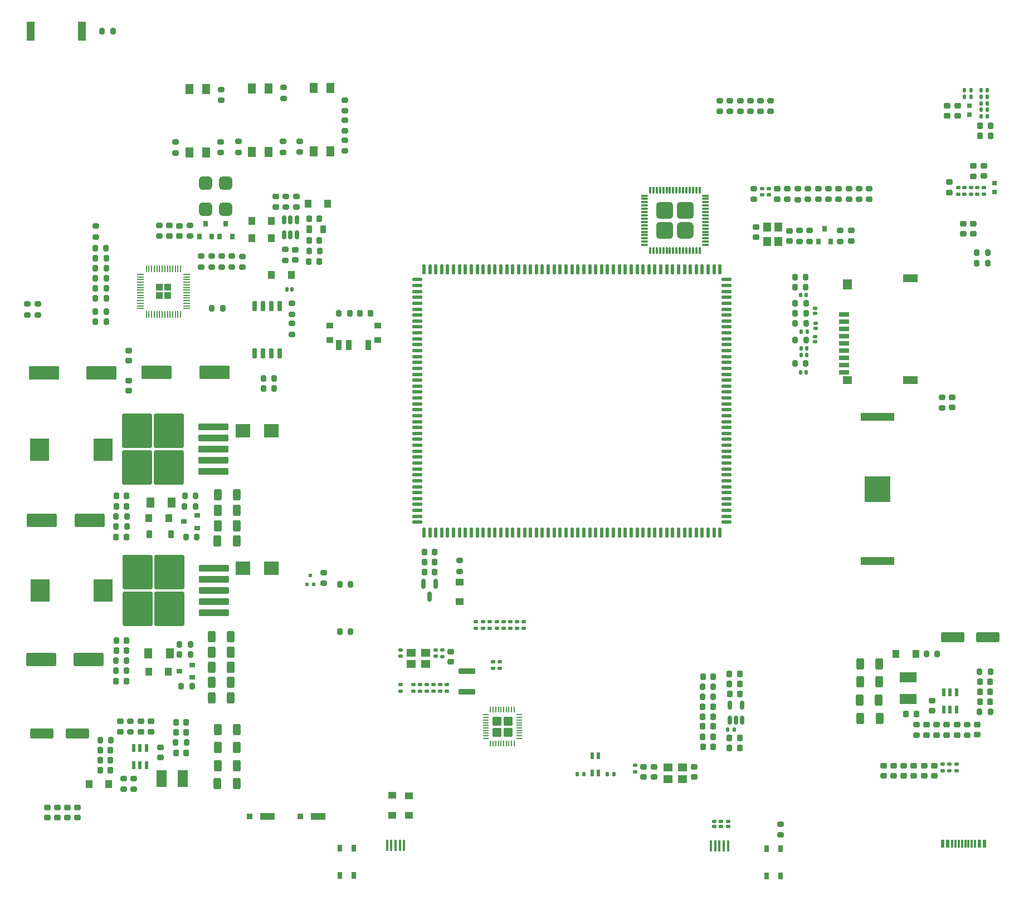
<source format=gtp>
G04 #@! TF.GenerationSoftware,KiCad,Pcbnew,8.0.0-rc1*
G04 #@! TF.CreationDate,2025-03-26T09:49:13+03:00*
G04 #@! TF.ProjectId,Movita_3566_HXV_Router_V4.1,4d6f7669-7461-45f3-9335-36365f485856,REV1*
G04 #@! TF.SameCoordinates,Original*
G04 #@! TF.FileFunction,Paste,Top*
G04 #@! TF.FilePolarity,Positive*
%FSLAX46Y46*%
G04 Gerber Fmt 4.6, Leading zero omitted, Abs format (unit mm)*
G04 Created by KiCad (PCBNEW 8.0.0-rc1) date 2025-03-26 09:49:13*
%MOMM*%
%LPD*%
G01*
G04 APERTURE LIST*
G04 Aperture macros list*
%AMRoundRect*
0 Rectangle with rounded corners*
0 $1 Rounding radius*
0 $2 $3 $4 $5 $6 $7 $8 $9 X,Y pos of 4 corners*
0 Add a 4 corners polygon primitive as box body*
4,1,4,$2,$3,$4,$5,$6,$7,$8,$9,$2,$3,0*
0 Add four circle primitives for the rounded corners*
1,1,$1+$1,$2,$3*
1,1,$1+$1,$4,$5*
1,1,$1+$1,$6,$7*
1,1,$1+$1,$8,$9*
0 Add four rect primitives between the rounded corners*
20,1,$1+$1,$2,$3,$4,$5,0*
20,1,$1+$1,$4,$5,$6,$7,0*
20,1,$1+$1,$6,$7,$8,$9,0*
20,1,$1+$1,$8,$9,$2,$3,0*%
%AMFreePoly0*
4,1,12,-0.135000,0.500000,0.135000,0.500000,0.135000,-0.365000,0.124724,-0.416662,0.095459,-0.460459,0.051662,-0.489724,0.000000,-0.500000,-0.051662,-0.489724,-0.095459,-0.460459,-0.124724,-0.416662,-0.135000,-0.365000,-0.135000,0.500000,-0.135000,0.500000,$1*%
%AMFreePoly1*
4,1,12,-0.100000,0.450000,0.100000,0.450000,0.100000,-0.350000,0.092388,-0.388268,0.070711,-0.420711,0.038268,-0.442388,0.000000,-0.450000,-0.038268,-0.442388,-0.070711,-0.420711,-0.092388,-0.388268,-0.100000,-0.350000,-0.100000,0.450000,-0.100000,0.450000,$1*%
%AMFreePoly2*
4,1,12,-0.100000,0.350000,-0.092388,0.388268,-0.070711,0.420711,-0.038268,0.442388,0.000000,0.450000,0.038268,0.442388,0.070711,0.420711,0.092388,0.388268,0.100000,0.350000,0.100000,-0.450000,-0.100000,-0.450000,-0.100000,0.350000,-0.100000,0.350000,$1*%
G04 Aperture macros list end*
%ADD10RoundRect,0.200000X-0.200000X-0.275000X0.200000X-0.275000X0.200000X0.275000X-0.200000X0.275000X0*%
%ADD11RoundRect,0.135000X-0.185000X0.135000X-0.185000X-0.135000X0.185000X-0.135000X0.185000X0.135000X0*%
%ADD12RoundRect,0.140000X-0.170000X0.140000X-0.170000X-0.140000X0.170000X-0.140000X0.170000X0.140000X0*%
%ADD13RoundRect,0.225000X-0.250000X0.225000X-0.250000X-0.225000X0.250000X-0.225000X0.250000X0.225000X0*%
%ADD14R,1.000000X1.300000*%
%ADD15RoundRect,0.225000X-0.225000X-0.250000X0.225000X-0.250000X0.225000X0.250000X-0.225000X0.250000X0*%
%ADD16RoundRect,0.200000X0.200000X0.275000X-0.200000X0.275000X-0.200000X-0.275000X0.200000X-0.275000X0*%
%ADD17RoundRect,0.225000X0.225000X0.250000X-0.225000X0.250000X-0.225000X-0.250000X0.225000X-0.250000X0*%
%ADD18RoundRect,0.200000X0.275000X-0.200000X0.275000X0.200000X-0.275000X0.200000X-0.275000X-0.200000X0*%
%ADD19R,1.150000X1.650000*%
%ADD20RoundRect,0.218750X0.256250X-0.218750X0.256250X0.218750X-0.256250X0.218750X-0.256250X-0.218750X0*%
%ADD21R,0.700000X0.650000*%
%ADD22RoundRect,0.250000X-0.312500X-0.625000X0.312500X-0.625000X0.312500X0.625000X-0.312500X0.625000X0*%
%ADD23RoundRect,0.135000X0.135000X0.185000X-0.135000X0.185000X-0.135000X-0.185000X0.135000X-0.185000X0*%
%ADD24RoundRect,0.225000X0.250000X-0.225000X0.250000X0.225000X-0.250000X0.225000X-0.250000X-0.225000X0*%
%ADD25RoundRect,0.250000X-1.500000X-0.550000X1.500000X-0.550000X1.500000X0.550000X-1.500000X0.550000X0*%
%ADD26RoundRect,0.200000X-0.275000X0.200000X-0.275000X-0.200000X0.275000X-0.200000X0.275000X0.200000X0*%
%ADD27R,0.400000X1.745000*%
%ADD28R,0.800000X0.900000*%
%ADD29R,0.900000X0.800000*%
%ADD30RoundRect,0.135000X0.185000X-0.135000X0.185000X0.135000X-0.185000X0.135000X-0.185000X-0.135000X0*%
%ADD31RoundRect,0.125000X0.175000X-0.125000X0.175000X0.125000X-0.175000X0.125000X-0.175000X-0.125000X0*%
%ADD32RoundRect,0.140000X0.140000X0.170000X-0.140000X0.170000X-0.140000X-0.170000X0.140000X-0.170000X0*%
%ADD33RoundRect,0.180000X1.070000X-0.270000X1.070000X0.270000X-1.070000X0.270000X-1.070000X-0.270000X0*%
%ADD34RoundRect,0.125000X0.125000X0.175000X-0.125000X0.175000X-0.125000X-0.175000X0.125000X-0.175000X0*%
%ADD35RoundRect,0.140000X-0.140000X-0.170000X0.140000X-0.170000X0.140000X0.170000X-0.140000X0.170000X0*%
%ADD36RoundRect,0.218750X0.218750X0.256250X-0.218750X0.256250X-0.218750X-0.256250X0.218750X-0.256250X0*%
%ADD37RoundRect,0.250000X0.292217X0.292217X-0.292217X0.292217X-0.292217X-0.292217X0.292217X-0.292217X0*%
%ADD38RoundRect,0.050000X0.425000X0.050000X-0.425000X0.050000X-0.425000X-0.050000X0.425000X-0.050000X0*%
%ADD39RoundRect,0.050000X0.050000X0.425000X-0.050000X0.425000X-0.050000X-0.425000X0.050000X-0.425000X0*%
%ADD40RoundRect,0.500000X0.500000X-0.500000X0.500000X0.500000X-0.500000X0.500000X-0.500000X-0.500000X0*%
%ADD41RoundRect,0.500000X-0.500000X0.500000X-0.500000X-0.500000X0.500000X-0.500000X0.500000X0.500000X0*%
%ADD42R,2.170000X1.120000*%
%ADD43R,0.850000X0.850000*%
%ADD44RoundRect,0.218750X-0.256250X0.218750X-0.256250X-0.218750X0.256250X-0.218750X0.256250X0.218750X0*%
%ADD45RoundRect,0.140000X0.170000X-0.140000X0.170000X0.140000X-0.170000X0.140000X-0.170000X-0.140000X0*%
%ADD46RoundRect,0.534188X0.715812X0.715812X-0.715812X0.715812X-0.715812X-0.715812X0.715812X-0.715812X0*%
%ADD47RoundRect,0.555555X0.744445X0.744445X-0.744445X0.744445X-0.744445X-0.744445X0.744445X-0.744445X0*%
%ADD48FreePoly0,0.000000*%
%ADD49FreePoly0,90.000000*%
%ADD50FreePoly0,180.000000*%
%ADD51FreePoly0,270.000000*%
%ADD52RoundRect,0.218750X-0.218750X-0.256250X0.218750X-0.256250X0.218750X0.256250X-0.218750X0.256250X0*%
%ADD53RoundRect,0.135000X-0.135000X-0.185000X0.135000X-0.185000X0.135000X0.185000X-0.135000X0.185000X0*%
%ADD54RoundRect,0.299145X0.400855X-0.400855X0.400855X0.400855X-0.400855X0.400855X-0.400855X-0.400855X0*%
%ADD55FreePoly1,180.000000*%
%ADD56FreePoly2,90.000000*%
%ADD57FreePoly1,270.000000*%
%ADD58FreePoly2,180.000000*%
%ADD59FreePoly1,0.000000*%
%ADD60FreePoly1,90.000000*%
%ADD61R,1.300000X1.000000*%
%ADD62RoundRect,0.250001X-2.049999X-0.799999X2.049999X-0.799999X2.049999X0.799999X-2.049999X0.799999X0*%
%ADD63R,2.500000X1.500000*%
%ADD64RoundRect,0.250001X1.999999X0.799999X-1.999999X0.799999X-1.999999X-0.799999X1.999999X-0.799999X0*%
%ADD65RoundRect,0.125000X-0.175000X0.125000X-0.175000X-0.125000X0.175000X-0.125000X0.175000X0.125000X0*%
%ADD66R,1.250000X1.500000*%
%ADD67RoundRect,0.218750X0.218750X0.381250X-0.218750X0.381250X-0.218750X-0.381250X0.218750X-0.381250X0*%
%ADD68RoundRect,0.250001X2.049999X0.799999X-2.049999X0.799999X-2.049999X-0.799999X2.049999X-0.799999X0*%
%ADD69R,1.400000X1.200000*%
%ADD70RoundRect,0.225000X0.225000X0.375000X-0.225000X0.375000X-0.225000X-0.375000X0.225000X-0.375000X0*%
%ADD71RoundRect,0.250000X0.312500X0.625000X-0.312500X0.625000X-0.312500X-0.625000X0.312500X-0.625000X0*%
%ADD72R,0.650000X1.050000*%
%ADD73RoundRect,0.250000X1.500000X0.550000X-1.500000X0.550000X-1.500000X-0.550000X1.500000X-0.550000X0*%
%ADD74RoundRect,0.250000X2.050000X0.300000X-2.050000X0.300000X-2.050000X-0.300000X2.050000X-0.300000X0*%
%ADD75RoundRect,0.250000X2.025000X2.375000X-2.025000X2.375000X-2.025000X-2.375000X2.025000X-2.375000X0*%
%ADD76R,0.500000X0.600000*%
%ADD77R,0.600000X1.240000*%
%ADD78R,0.300000X1.240000*%
%ADD79R,0.600000X1.050000*%
%ADD80RoundRect,0.150000X0.150000X-0.512500X0.150000X0.512500X-0.150000X0.512500X-0.150000X-0.512500X0*%
%ADD81R,3.000000X3.500000*%
%ADD82R,5.080000X1.270000*%
%ADD83R,3.960000X3.960000*%
%ADD84RoundRect,0.150000X-0.150000X0.650000X-0.150000X-0.650000X0.150000X-0.650000X0.150000X0.650000X0*%
%ADD85R,0.600000X1.200000*%
%ADD86R,1.200000X1.400000*%
%ADD87R,1.500000X2.500000*%
%ADD88RoundRect,0.125000X0.125000X-0.625000X0.125000X0.625000X-0.125000X0.625000X-0.125000X-0.625000X0*%
%ADD89RoundRect,0.125000X0.625000X0.125000X-0.625000X0.125000X-0.625000X-0.125000X0.625000X-0.125000X0*%
%ADD90RoundRect,0.125000X-0.125000X0.625000X-0.125000X-0.625000X0.125000X-0.625000X0.125000X0.625000X0*%
%ADD91RoundRect,0.125000X-0.625000X-0.125000X0.625000X-0.125000X0.625000X0.125000X-0.625000X0.125000X0*%
%ADD92RoundRect,0.150000X-0.150000X0.512500X-0.150000X-0.512500X0.150000X-0.512500X0.150000X0.512500X0*%
%ADD93R,1.300000X3.000000*%
%ADD94R,0.830000X1.630000*%
%ADD95R,1.030000X0.830000*%
%ADD96R,2.250000X2.050000*%
%ADD97R,1.600000X0.700000*%
%ADD98R,2.200000X1.200000*%
%ADD99R,1.400000X1.600000*%
%ADD100RoundRect,0.150000X-0.150000X0.587500X-0.150000X-0.587500X0.150000X-0.587500X0.150000X0.587500X0*%
G04 APERTURE END LIST*
D10*
X75995000Y-114840000D03*
X77645000Y-114840000D03*
D11*
X111572500Y-137287500D03*
X111572500Y-138307500D03*
D12*
X193340000Y-61742500D03*
X193340000Y-62702500D03*
D10*
X62235000Y-82130000D03*
X63885000Y-82130000D03*
D13*
X191680000Y-49245000D03*
X191680000Y-50795000D03*
D14*
X86005000Y-66820000D03*
X89005000Y-66820000D03*
X70350000Y-135370000D03*
X73350000Y-135370000D03*
D15*
X112230000Y-118660000D03*
X113780000Y-118660000D03*
D10*
X188525000Y-132660000D03*
X190175000Y-132660000D03*
D16*
X63885000Y-74010000D03*
X62235000Y-74010000D03*
D17*
X66965000Y-110190000D03*
X65415000Y-110190000D03*
D18*
X100160000Y-53110000D03*
X100160000Y-51460000D03*
D10*
X99395000Y-129290000D03*
X101045000Y-129290000D03*
D19*
X70567500Y-109610000D03*
X73867500Y-109610000D03*
D20*
X177080000Y-69847500D03*
X177080000Y-68272500D03*
D17*
X66970000Y-108640000D03*
X65420000Y-108640000D03*
D21*
X195090000Y-50635000D03*
X195090000Y-49285000D03*
D22*
X80807500Y-115480000D03*
X83732500Y-115480000D03*
D16*
X67015000Y-113270000D03*
X65365000Y-113270000D03*
D18*
X194695000Y-145040000D03*
X194695000Y-143390000D03*
D23*
X141080000Y-150980000D03*
X140060000Y-150980000D03*
D24*
X189420000Y-141285000D03*
X189420000Y-139735000D03*
D10*
X63255000Y-37950000D03*
X64905000Y-37950000D03*
D11*
X114960000Y-132040000D03*
X114960000Y-133060000D03*
D18*
X78350000Y-73817500D03*
X78350000Y-72167500D03*
X53490000Y-81065000D03*
X53490000Y-79415000D03*
D12*
X192030000Y-149440000D03*
X192030000Y-150400000D03*
D25*
X192500000Y-130110000D03*
X197900000Y-130110000D03*
D26*
X51930000Y-79415000D03*
X51930000Y-81065000D03*
D27*
X106565000Y-161762500D03*
X107215000Y-161762500D03*
X107865000Y-161762500D03*
X108515000Y-161762500D03*
X109165000Y-161762500D03*
D13*
X196245000Y-143430000D03*
X196245000Y-144980000D03*
D24*
X195700000Y-59995000D03*
X195700000Y-58445000D03*
D13*
X162630000Y-67705000D03*
X162630000Y-69255000D03*
D26*
X92130000Y-82385000D03*
X92130000Y-84035000D03*
D10*
X62260000Y-78592500D03*
X63910000Y-78592500D03*
D17*
X66970000Y-132160000D03*
X65420000Y-132160000D03*
D24*
X197270000Y-59975000D03*
X197270000Y-58425000D03*
D22*
X79907500Y-137010000D03*
X82832500Y-137010000D03*
D28*
X78020000Y-69192500D03*
X79920000Y-69192500D03*
X78970000Y-67192500D03*
D18*
X178320000Y-63495000D03*
X178320000Y-61845000D03*
D10*
X65360000Y-135230000D03*
X67010000Y-135230000D03*
D29*
X77700000Y-113500000D03*
X77700000Y-111600000D03*
X75700000Y-112550000D03*
D30*
X115642500Y-138307500D03*
X115642500Y-137287500D03*
D10*
X168576511Y-84900000D03*
X170226511Y-84900000D03*
X168535000Y-76840000D03*
X170185000Y-76840000D03*
D26*
X92140000Y-79345000D03*
X92140000Y-80995000D03*
D31*
X171650000Y-85193489D03*
X171650000Y-84393489D03*
D24*
X70687500Y-144485000D03*
X70687500Y-142935000D03*
D15*
X158622500Y-138769998D03*
X160172500Y-138769998D03*
D32*
X195300000Y-47880000D03*
X194340000Y-47880000D03*
D11*
X125330000Y-127760000D03*
X125330000Y-128780000D03*
D18*
X172120000Y-63510000D03*
X172120000Y-61860000D03*
X160250000Y-50125000D03*
X160250000Y-48475000D03*
D16*
X89435000Y-92295000D03*
X87785000Y-92295000D03*
D30*
X114622500Y-138307500D03*
X114622500Y-137287500D03*
D33*
X118720000Y-138377500D03*
X118720000Y-135277500D03*
D30*
X144275000Y-150585000D03*
X144275000Y-149565000D03*
D13*
X147150000Y-149815000D03*
X147150000Y-151365000D03*
D17*
X156105000Y-140670000D03*
X154555000Y-140670000D03*
D14*
X92012500Y-75040000D03*
X89012500Y-75040000D03*
D15*
X94737500Y-66430000D03*
X96287500Y-66430000D03*
D34*
X170233489Y-89800000D03*
X169433489Y-89800000D03*
D12*
X110572500Y-137337500D03*
X110572500Y-138297500D03*
D35*
X196830000Y-49900000D03*
X197790000Y-49900000D03*
D12*
X197260000Y-61742500D03*
X197260000Y-62702500D03*
D18*
X187020000Y-145030000D03*
X187020000Y-143380000D03*
D35*
X196830000Y-50880000D03*
X197790000Y-50880000D03*
D12*
X164570000Y-61880000D03*
X164570000Y-62840000D03*
D10*
X75030000Y-131205000D03*
X76680000Y-131205000D03*
D18*
X168970000Y-63535000D03*
X168970000Y-61885000D03*
D24*
X66060000Y-144480000D03*
X66060000Y-142930000D03*
D26*
X91095000Y-71115000D03*
X91095000Y-72765000D03*
D18*
X93310000Y-56325000D03*
X93310000Y-54675000D03*
D36*
X160182500Y-147000000D03*
X158607500Y-147000000D03*
D26*
X74437500Y-54780000D03*
X74437500Y-56430000D03*
D11*
X123250000Y-127740000D03*
X123250000Y-128760000D03*
D35*
X196820000Y-46910000D03*
X197780000Y-46910000D03*
D18*
X100185000Y-56160000D03*
X100185000Y-54510000D03*
D37*
X73235000Y-78155000D03*
X73235000Y-76880000D03*
X71960000Y-78155000D03*
X71960000Y-76880000D03*
D38*
X76072000Y-80117500D03*
X76072000Y-79717500D03*
X76072000Y-79317500D03*
X76072000Y-78917500D03*
X76072000Y-78517500D03*
X76072000Y-78117500D03*
X76072000Y-77717500D03*
X76072000Y-77317500D03*
X76072000Y-76917500D03*
X76072000Y-76517500D03*
X76072000Y-76117500D03*
X76072000Y-75717500D03*
X76072000Y-75317500D03*
X76072000Y-74917500D03*
D39*
X75197500Y-74043000D03*
X74797500Y-74043000D03*
X74397500Y-74043000D03*
X73997500Y-74043000D03*
X73597500Y-74043000D03*
X73197500Y-74043000D03*
X72797500Y-74043000D03*
X72397500Y-74043000D03*
X71997500Y-74043000D03*
X71597500Y-74043000D03*
X71197500Y-74043000D03*
X70797500Y-74043000D03*
X70397500Y-74043000D03*
X69997500Y-74043000D03*
D38*
X69123000Y-74917500D03*
X69123000Y-75317500D03*
X69123000Y-75717500D03*
X69123000Y-76117500D03*
X69123000Y-76517500D03*
X69123000Y-76917500D03*
X69123000Y-77317500D03*
X69123000Y-77717500D03*
X69123000Y-78117500D03*
X69123000Y-78517500D03*
X69123000Y-78917500D03*
X69123000Y-79317500D03*
X69123000Y-79717500D03*
X69123000Y-80117500D03*
D39*
X69997500Y-80992000D03*
X70397500Y-80992000D03*
X70797500Y-80992000D03*
X71197500Y-80992000D03*
X71597500Y-80992000D03*
X71997500Y-80992000D03*
X72397500Y-80992000D03*
X72797500Y-80992000D03*
X73197500Y-80992000D03*
X73597500Y-80992000D03*
X73997500Y-80992000D03*
X74397500Y-80992000D03*
X74797500Y-80992000D03*
X75197500Y-80992000D03*
D36*
X104057500Y-80860000D03*
X102482500Y-80860000D03*
D11*
X123700000Y-133880000D03*
X123700000Y-134900000D03*
D13*
X89680000Y-63095000D03*
X89680000Y-64645000D03*
X181990000Y-149690000D03*
X181990000Y-151240000D03*
D24*
X54916250Y-157566250D03*
X54916250Y-156016250D03*
D40*
X78950000Y-61032500D03*
D41*
X78950000Y-65032500D03*
D18*
X62320000Y-69245000D03*
X62320000Y-67595000D03*
D42*
X88380000Y-157350000D03*
D43*
X85700000Y-157350000D03*
D44*
X192050000Y-60880000D03*
X192050000Y-62455000D03*
D13*
X56466250Y-156031250D03*
X56466250Y-157581250D03*
D45*
X113950000Y-133027500D03*
X113950000Y-132067500D03*
D18*
X100175000Y-50030000D03*
X100175000Y-48380000D03*
D10*
X168586511Y-80850000D03*
X170236511Y-80850000D03*
D18*
X71990000Y-69115000D03*
X71990000Y-67465000D03*
X175210000Y-63495000D03*
X175210000Y-61845000D03*
D46*
X151855000Y-68245000D03*
D47*
X151855000Y-65145000D03*
X148755000Y-68245000D03*
X148755000Y-65145000D03*
D48*
X154055000Y-62095000D03*
X153555000Y-62095000D03*
X153055000Y-62095000D03*
X152555000Y-62095000D03*
X152055000Y-62095000D03*
X151555000Y-62095000D03*
X151055000Y-62095000D03*
X150555000Y-62095000D03*
X150055000Y-62095000D03*
X149555000Y-62095000D03*
X149055000Y-62095000D03*
X148555000Y-62095000D03*
X148055000Y-62095000D03*
X147555000Y-62095000D03*
X147055000Y-62095000D03*
X146555000Y-62095000D03*
D49*
X145705000Y-62945000D03*
X145705000Y-63445000D03*
X145705000Y-63945000D03*
X145705000Y-64445000D03*
X145705000Y-64945000D03*
X145705000Y-65445000D03*
X145705000Y-65945000D03*
X145705000Y-66445000D03*
X145705000Y-66945000D03*
X145705000Y-67445000D03*
X145705000Y-67945000D03*
X145705000Y-68445000D03*
X145705000Y-68945000D03*
X145705000Y-69445000D03*
X145705000Y-69945000D03*
X145705000Y-70445000D03*
D50*
X146555000Y-71295000D03*
X147055000Y-71295000D03*
X147555000Y-71295000D03*
X148055000Y-71295000D03*
X148555000Y-71295000D03*
X149055000Y-71295000D03*
X149555000Y-71295000D03*
X150055000Y-71295000D03*
X150555000Y-71295000D03*
X151055000Y-71295000D03*
X151555000Y-71295000D03*
X152055000Y-71295000D03*
X152555000Y-71295000D03*
X153055000Y-71295000D03*
X153555000Y-71295000D03*
X154055000Y-71295000D03*
D51*
X154905000Y-70445000D03*
X154905000Y-69945000D03*
X154905000Y-69445000D03*
X154905000Y-68945000D03*
X154905000Y-68445000D03*
X154905000Y-67945000D03*
X154905000Y-67445000D03*
X154905000Y-66945000D03*
X154905000Y-66445000D03*
X154905000Y-65945000D03*
X154905000Y-65445000D03*
X154905000Y-64945000D03*
X154905000Y-64445000D03*
X154905000Y-63945000D03*
X154905000Y-63445000D03*
X154905000Y-62945000D03*
D45*
X127340000Y-128750000D03*
X127340000Y-127790000D03*
D52*
X185442500Y-141780000D03*
X187017500Y-141780000D03*
D24*
X59526250Y-157586250D03*
X59526250Y-156036250D03*
D26*
X81347500Y-46770000D03*
X81347500Y-48420000D03*
D53*
X135490000Y-150980000D03*
X136510000Y-150980000D03*
D17*
X198235000Y-139950000D03*
X196685000Y-139950000D03*
D18*
X157140000Y-50125000D03*
X157140000Y-48475000D03*
D15*
X94747500Y-69760000D03*
X96297500Y-69760000D03*
D17*
X198225000Y-138430000D03*
X196675000Y-138430000D03*
D54*
X123240000Y-144570000D03*
X124940000Y-144570000D03*
X123240000Y-142870000D03*
X124940000Y-142870000D03*
D55*
X122290000Y-146270000D03*
X122690000Y-146270000D03*
X123090000Y-146270000D03*
X123490000Y-146270000D03*
X123890000Y-146270000D03*
X124290000Y-146270000D03*
X124690000Y-146270000D03*
X125090000Y-146270000D03*
X125490000Y-146270000D03*
X125890000Y-146270000D03*
D56*
X126640000Y-145520000D03*
X126640000Y-145120000D03*
X126640000Y-144720000D03*
X126640000Y-144320000D03*
X126640000Y-143920000D03*
X126640000Y-143520000D03*
X126640000Y-143120000D03*
X126640000Y-142720000D03*
X126640000Y-142320000D03*
D57*
X126640000Y-141920000D03*
D58*
X125890000Y-141170000D03*
X125490000Y-141170000D03*
X125090000Y-141170000D03*
X124690000Y-141170000D03*
X124290000Y-141170000D03*
X123890000Y-141170000D03*
X123490000Y-141170000D03*
X123090000Y-141170000D03*
X122690000Y-141170000D03*
D59*
X122290000Y-141170000D03*
D60*
X121540000Y-141920000D03*
X121540000Y-142320000D03*
X121540000Y-142720000D03*
X121540000Y-143120000D03*
X121540000Y-143520000D03*
X121540000Y-143920000D03*
X121540000Y-144320000D03*
X121540000Y-144720000D03*
X121540000Y-145120000D03*
X121540000Y-145520000D03*
D24*
X165850000Y-63465000D03*
X165850000Y-61915000D03*
D22*
X80817500Y-108460000D03*
X83742500Y-108460000D03*
D12*
X126340000Y-127790000D03*
X126340000Y-128750000D03*
D17*
X76025000Y-144615000D03*
X74475000Y-144615000D03*
D15*
X112230000Y-117130000D03*
X113780000Y-117130000D03*
D61*
X109930000Y-157225000D03*
X109930000Y-154225000D03*
D62*
X71530000Y-89800000D03*
X80330000Y-89800000D03*
D63*
X185755000Y-139480000D03*
X185755000Y-136230000D03*
D15*
X158617500Y-137229998D03*
X160167500Y-137229998D03*
D18*
X163320000Y-50130000D03*
X163320000Y-48480000D03*
D15*
X62985000Y-150390000D03*
X64535000Y-150390000D03*
D26*
X81307500Y-54760000D03*
X81307500Y-56410000D03*
D64*
X61230000Y-133525000D03*
X54030000Y-133525000D03*
D17*
X156105000Y-143710000D03*
X154555000Y-143710000D03*
D10*
X74437500Y-146125000D03*
X76087500Y-146125000D03*
D26*
X190900000Y-93590000D03*
X190900000Y-95240000D03*
D11*
X112582500Y-137287500D03*
X112582500Y-138307500D03*
D24*
X69150000Y-144480000D03*
X69150000Y-142930000D03*
D65*
X171670000Y-82356511D03*
X171670000Y-83156511D03*
D64*
X61340000Y-112375000D03*
X54140000Y-112375000D03*
D15*
X158620000Y-145470000D03*
X160170000Y-145470000D03*
D66*
X88600000Y-46660000D03*
X86060000Y-46660000D03*
X86060000Y-56320000D03*
X88600000Y-56320000D03*
D16*
X96347500Y-71330000D03*
X94697500Y-71330000D03*
D22*
X80820000Y-113170000D03*
X83745000Y-113170000D03*
D67*
X96835000Y-68100000D03*
X94710000Y-68100000D03*
D12*
X163580000Y-61880000D03*
X163580000Y-62840000D03*
D16*
X77465000Y-110210000D03*
X75815000Y-110210000D03*
D13*
X190100000Y-143435000D03*
X190100000Y-144985000D03*
D18*
X162290000Y-63505000D03*
X162290000Y-61855000D03*
D31*
X157330000Y-158940000D03*
X157330000Y-158140000D03*
D35*
X196830000Y-48910000D03*
X197790000Y-48910000D03*
D13*
X195700000Y-67205000D03*
X195700000Y-68755000D03*
D26*
X84540000Y-72187500D03*
X84540000Y-73837500D03*
D17*
X156115000Y-146790000D03*
X154565000Y-146790000D03*
D21*
X198890000Y-62360000D03*
X198890000Y-61010000D03*
D18*
X96980000Y-121935000D03*
X96980000Y-120285000D03*
D68*
X63200000Y-89940000D03*
X54400000Y-89940000D03*
D18*
X170540000Y-63522500D03*
X170540000Y-61872500D03*
D69*
X112400000Y-132487500D03*
X110200000Y-132487500D03*
X110200000Y-134187500D03*
X112400000Y-134187500D03*
D32*
X195290000Y-46880000D03*
X194330000Y-46880000D03*
D66*
X79117500Y-46745000D03*
X76577500Y-46745000D03*
X76577500Y-56405000D03*
X79117500Y-56405000D03*
D69*
X149250000Y-151670000D03*
X151450000Y-151670000D03*
X151450000Y-149970000D03*
X149250000Y-149970000D03*
D34*
X170323489Y-87210000D03*
X169523489Y-87210000D03*
D13*
X72160000Y-146855000D03*
X72160000Y-148405000D03*
D10*
X196620000Y-135370000D03*
X198270000Y-135370000D03*
D24*
X92625000Y-72720000D03*
X92625000Y-71170000D03*
D44*
X145545000Y-149817500D03*
X145545000Y-151392500D03*
D70*
X73770000Y-114440000D03*
X70470000Y-114440000D03*
D16*
X64605000Y-145790000D03*
X62955000Y-145790000D03*
D71*
X181410000Y-142470000D03*
X178485000Y-142470000D03*
D16*
X89435000Y-90760000D03*
X87785000Y-90760000D03*
D17*
X156105000Y-142190000D03*
X154555000Y-142190000D03*
D16*
X198285000Y-141470000D03*
X196635000Y-141470000D03*
D13*
X185100000Y-149695000D03*
X185100000Y-151245000D03*
D34*
X170323489Y-86180000D03*
X169523489Y-86180000D03*
D18*
X117630000Y-120115000D03*
X117630000Y-118465000D03*
D16*
X81595000Y-80120000D03*
X79945000Y-80120000D03*
D17*
X66970000Y-130640000D03*
X65420000Y-130640000D03*
D72*
X166385000Y-162315000D03*
X166385000Y-166465000D03*
X164235000Y-162315000D03*
X164235000Y-166465000D03*
D73*
X59495000Y-144790000D03*
X54095000Y-144790000D03*
D18*
X91215000Y-64695000D03*
X91215000Y-63045000D03*
D22*
X80820000Y-144210000D03*
X83745000Y-144210000D03*
D18*
X92775000Y-64705000D03*
X92775000Y-63055000D03*
D53*
X158337500Y-144210000D03*
X159357500Y-144210000D03*
D10*
X196185000Y-71620000D03*
X197835000Y-71620000D03*
D27*
X155795000Y-161882500D03*
X156445000Y-161882500D03*
X157095000Y-161882500D03*
X157745000Y-161882500D03*
X158395000Y-161882500D03*
D18*
X76600000Y-69095000D03*
X76600000Y-67445000D03*
D74*
X80160000Y-104920000D03*
X80160000Y-103220000D03*
X80160000Y-101520000D03*
D75*
X73435000Y-104295000D03*
X73435000Y-98745000D03*
X68585000Y-104295000D03*
X68585000Y-98745000D03*
D74*
X80160000Y-99820000D03*
X80160000Y-98120000D03*
D13*
X67330000Y-86530000D03*
X67330000Y-88080000D03*
D15*
X112230000Y-120210000D03*
X113780000Y-120210000D03*
D22*
X80837500Y-149650000D03*
X83762500Y-149650000D03*
D18*
X161780000Y-50125000D03*
X161780000Y-48475000D03*
D11*
X113592500Y-137287500D03*
X113592500Y-138307500D03*
D18*
X176770000Y-63495000D03*
X176770000Y-61845000D03*
X68080000Y-153265000D03*
X68080000Y-151615000D03*
D14*
X86005000Y-69380000D03*
X89005000Y-69380000D03*
D17*
X76020000Y-143075000D03*
X74470000Y-143075000D03*
D76*
X94420000Y-122040000D03*
X95420000Y-122040000D03*
X94920000Y-120740000D03*
D18*
X82970000Y-73812500D03*
X82970000Y-72162500D03*
X66530000Y-153275000D03*
X66530000Y-151625000D03*
D24*
X67330000Y-92645000D03*
X67330000Y-91095000D03*
D31*
X171650000Y-80860000D03*
X171650000Y-80060000D03*
D10*
X168550000Y-88480000D03*
X170200000Y-88480000D03*
D13*
X188170000Y-149675000D03*
X188170000Y-151225000D03*
D15*
X158610000Y-135707500D03*
X160160000Y-135707500D03*
D77*
X190990000Y-161570000D03*
X191790000Y-161570000D03*
D78*
X192940000Y-161570000D03*
X193940000Y-161570000D03*
X194440000Y-161570000D03*
X195440000Y-161570000D03*
D77*
X196590000Y-161570000D03*
X197390000Y-161570000D03*
X197390000Y-161570000D03*
X196590000Y-161570000D03*
D78*
X195940000Y-161570000D03*
X194940000Y-161570000D03*
X193440000Y-161570000D03*
X192440000Y-161570000D03*
D77*
X191790000Y-161570000D03*
X190990000Y-161570000D03*
D31*
X158410000Y-158920000D03*
X158410000Y-158120000D03*
D61*
X107337500Y-157207500D03*
X107337500Y-154207500D03*
D71*
X181360000Y-136900000D03*
X178435000Y-136900000D03*
D26*
X90825000Y-46500000D03*
X90825000Y-48150000D03*
D28*
X81120000Y-69202500D03*
X83020000Y-69202500D03*
X82070000Y-67202500D03*
D34*
X170230000Y-78070000D03*
X169430000Y-78070000D03*
D13*
X73520000Y-67505000D03*
X73520000Y-69055000D03*
D10*
X62260000Y-77072500D03*
X63910000Y-77072500D03*
D79*
X137720000Y-148130000D03*
X137720000Y-150780000D03*
X138720000Y-150780000D03*
X138720000Y-148130000D03*
D15*
X196710000Y-53850000D03*
X198260000Y-53850000D03*
D40*
X82010000Y-61032500D03*
D41*
X82010000Y-65032500D03*
D17*
X156105000Y-145250000D03*
X154555000Y-145250000D03*
D30*
X193080000Y-150450000D03*
X193080000Y-149430000D03*
D10*
X168581511Y-79330000D03*
X170231511Y-79330000D03*
D22*
X80837500Y-146910000D03*
X83762500Y-146910000D03*
D10*
X65360000Y-133690000D03*
X67010000Y-133690000D03*
D11*
X108632500Y-137347500D03*
X108632500Y-138367500D03*
D16*
X156145000Y-139140000D03*
X154495000Y-139140000D03*
D80*
X158665000Y-142757500D03*
X159615000Y-142757500D03*
X160565000Y-142757500D03*
X160565000Y-140482500D03*
X158665000Y-140482500D03*
D81*
X63440000Y-123035000D03*
X53840000Y-123035000D03*
D26*
X67597500Y-142880000D03*
X67597500Y-144530000D03*
D17*
X198220000Y-136900000D03*
X196670000Y-136900000D03*
D11*
X122200000Y-127760000D03*
X122200000Y-128780000D03*
D52*
X65367500Y-136800000D03*
X66942500Y-136800000D03*
D14*
X70370000Y-112000000D03*
X73370000Y-112000000D03*
D82*
X181115667Y-96574999D03*
X181115667Y-118544999D03*
D83*
X181115667Y-107559999D03*
D26*
X83980000Y-54695000D03*
X83980000Y-56345000D03*
D13*
X188570000Y-143435000D03*
X188570000Y-144985000D03*
D15*
X63005000Y-147330000D03*
X64555000Y-147330000D03*
X196715000Y-52330000D03*
X198265000Y-52330000D03*
D26*
X169230000Y-68265000D03*
X169230000Y-69915000D03*
D13*
X186640000Y-149690000D03*
X186640000Y-151240000D03*
D84*
X90255000Y-79752500D03*
X88985000Y-79752500D03*
X87715000Y-79752500D03*
X86445000Y-79752500D03*
X86445000Y-86952500D03*
X87715000Y-86952500D03*
X88985000Y-86952500D03*
X90255000Y-86952500D03*
D85*
X191180000Y-141130000D03*
X192130000Y-141130000D03*
X193080000Y-141130000D03*
X193080000Y-138530000D03*
X192130000Y-138530000D03*
X191180000Y-138530000D03*
D31*
X156250000Y-158950000D03*
X156250000Y-158150000D03*
D52*
X74472500Y-147730000D03*
X76047500Y-147730000D03*
D22*
X79897500Y-130040000D03*
X82822500Y-130040000D03*
D44*
X57996250Y-156018750D03*
X57996250Y-157593750D03*
D16*
X76680000Y-132775000D03*
X75030000Y-132775000D03*
D35*
X196830000Y-47890000D03*
X197790000Y-47890000D03*
D86*
X164310000Y-67690000D03*
X164310000Y-69890000D03*
X166010000Y-69890000D03*
X166010000Y-67690000D03*
D18*
X179870000Y-63505000D03*
X179870000Y-61855000D03*
D71*
X181390000Y-134210000D03*
X178465000Y-134210000D03*
D87*
X72310000Y-151615000D03*
X75560000Y-151615000D03*
D26*
X166390000Y-158535000D03*
X166390000Y-160185000D03*
D88*
X112170000Y-114170000D03*
X113070000Y-114170000D03*
X113970000Y-114170000D03*
X114870000Y-114170000D03*
X115770000Y-114170000D03*
X116670000Y-114170000D03*
X117570000Y-114170000D03*
X118470000Y-114170000D03*
X119370000Y-114170000D03*
X120270000Y-114170000D03*
X121170000Y-114170000D03*
X122070000Y-114170000D03*
X122970000Y-114170000D03*
X123870000Y-114170000D03*
X124770000Y-114170000D03*
X125670000Y-114170000D03*
X126570000Y-114170000D03*
X127470000Y-114170000D03*
X128370000Y-114170000D03*
X129270000Y-114170000D03*
X130170000Y-114170000D03*
X131070000Y-114170000D03*
X131970000Y-114170000D03*
X132870000Y-114170000D03*
X133770000Y-114170000D03*
X134670000Y-114170000D03*
X135570000Y-114170000D03*
X136470000Y-114170000D03*
X137370000Y-114170000D03*
X138270000Y-114170000D03*
X139170000Y-114170000D03*
X140070000Y-114170000D03*
X140970000Y-114170000D03*
X141870000Y-114170000D03*
X142770000Y-114170000D03*
X143670000Y-114170000D03*
X144570000Y-114170000D03*
X145470000Y-114170000D03*
X146370000Y-114170000D03*
X147270000Y-114170000D03*
X148170000Y-114170000D03*
X149070000Y-114170000D03*
X149970000Y-114170000D03*
X150870000Y-114170000D03*
X151770000Y-114170000D03*
X152670000Y-114170000D03*
X153570000Y-114170000D03*
X154470000Y-114170000D03*
X155370000Y-114170000D03*
X156270000Y-114170000D03*
X157170000Y-114170000D03*
D89*
X158170000Y-112620000D03*
X158170000Y-111720000D03*
X158170000Y-110820000D03*
X158170000Y-109920000D03*
X158170000Y-109020000D03*
X158170000Y-108120000D03*
X158170000Y-107220000D03*
X158170000Y-106320000D03*
X158170000Y-105420000D03*
X158170000Y-104520000D03*
X158170000Y-103620000D03*
X158170000Y-102720000D03*
X158170000Y-101820000D03*
X158170000Y-100920000D03*
X158170000Y-100020000D03*
X158170000Y-99120000D03*
X158170000Y-98220000D03*
X158170000Y-97320000D03*
X158170000Y-96420000D03*
X158170000Y-95520000D03*
X158170000Y-94620000D03*
X158170000Y-93720000D03*
X158170000Y-92820000D03*
X158170000Y-91920000D03*
X158170000Y-91020000D03*
X158170000Y-90120000D03*
X158170000Y-89220000D03*
X158170000Y-88320000D03*
X158170000Y-87420000D03*
X158170000Y-86520000D03*
X158170000Y-85620000D03*
X158170000Y-84720000D03*
X158170000Y-83820000D03*
X158170000Y-82920000D03*
X158170000Y-82020000D03*
X158170000Y-81120000D03*
X158170000Y-80220000D03*
X158170000Y-79320000D03*
X158170000Y-78420000D03*
X158170000Y-77520000D03*
X158170000Y-76620000D03*
X158170000Y-75720000D03*
D90*
X157170000Y-74170000D03*
X156270000Y-74170000D03*
X155370000Y-74170000D03*
X154470000Y-74170000D03*
X153570000Y-74170000D03*
X152670000Y-74170000D03*
X151770000Y-74170000D03*
X150870000Y-74170000D03*
X149970000Y-74170000D03*
X149070000Y-74170000D03*
X148170000Y-74170000D03*
X147270000Y-74170000D03*
X146370000Y-74170000D03*
X145470000Y-74170000D03*
X144570000Y-74170000D03*
X143670000Y-74170000D03*
X142770000Y-74170000D03*
X141870000Y-74170000D03*
X140970000Y-74170000D03*
X140070000Y-74170000D03*
X139170000Y-74170000D03*
X138270000Y-74170000D03*
X137370000Y-74170000D03*
X136470000Y-74170000D03*
X135570000Y-74170000D03*
X134670000Y-74170000D03*
X133770000Y-74170000D03*
X132870000Y-74170000D03*
X131970000Y-74170000D03*
X131070000Y-74170000D03*
X130170000Y-74170000D03*
X129270000Y-74170000D03*
X128370000Y-74170000D03*
X127470000Y-74170000D03*
X126570000Y-74170000D03*
X125670000Y-74170000D03*
X124770000Y-74170000D03*
X123870000Y-74170000D03*
X122970000Y-74170000D03*
X122070000Y-74170000D03*
X121170000Y-74170000D03*
X120270000Y-74170000D03*
X119370000Y-74170000D03*
X118470000Y-74170000D03*
X117570000Y-74170000D03*
X116670000Y-74170000D03*
X115770000Y-74170000D03*
X114870000Y-74170000D03*
X113970000Y-74170000D03*
X113070000Y-74170000D03*
X112170000Y-74170000D03*
D91*
X111170000Y-75720000D03*
X111170000Y-76620000D03*
X111170000Y-77520000D03*
X111170000Y-78420000D03*
X111170000Y-79320000D03*
X111170000Y-80220000D03*
X111170000Y-81120000D03*
X111170000Y-82020000D03*
X111170000Y-82920000D03*
X111170000Y-83820000D03*
X111170000Y-84720000D03*
X111170000Y-85620000D03*
X111170000Y-86520000D03*
X111170000Y-87420000D03*
X111170000Y-88320000D03*
X111170000Y-89220000D03*
X111170000Y-90120000D03*
X111170000Y-91020000D03*
X111170000Y-91920000D03*
X111170000Y-92820000D03*
X111170000Y-93720000D03*
X111170000Y-94620000D03*
X111170000Y-95520000D03*
X111170000Y-96420000D03*
X111170000Y-97320000D03*
X111170000Y-98220000D03*
X111170000Y-99120000D03*
X111170000Y-100020000D03*
X111170000Y-100920000D03*
X111170000Y-101820000D03*
X111170000Y-102720000D03*
X111170000Y-103620000D03*
X111170000Y-104520000D03*
X111170000Y-105420000D03*
X111170000Y-106320000D03*
X111170000Y-107220000D03*
X111170000Y-108120000D03*
X111170000Y-109020000D03*
X111170000Y-109920000D03*
X111170000Y-110820000D03*
X111170000Y-111720000D03*
X111170000Y-112620000D03*
D74*
X80220000Y-126425000D03*
X80220000Y-124725000D03*
X80220000Y-123025000D03*
D75*
X73495000Y-125800000D03*
X73495000Y-120250000D03*
X68645000Y-125800000D03*
X68645000Y-120250000D03*
D74*
X80220000Y-121325000D03*
X80220000Y-119625000D03*
D10*
X154495000Y-137620000D03*
X156145000Y-137620000D03*
D14*
X94530000Y-64170000D03*
X97530000Y-64170000D03*
D16*
X63875000Y-70960000D03*
X62225000Y-70960000D03*
D14*
X61280000Y-152490000D03*
X64280000Y-152490000D03*
D24*
X75050000Y-69065000D03*
X75050000Y-67515000D03*
D92*
X92835000Y-66602500D03*
X91885000Y-66602500D03*
X90935000Y-66602500D03*
X90935000Y-68877500D03*
X91885000Y-68877500D03*
X92835000Y-68877500D03*
D18*
X158700000Y-50125000D03*
X158700000Y-48475000D03*
D16*
X63885000Y-72480000D03*
X62235000Y-72480000D03*
D13*
X189695000Y-149670000D03*
X189695000Y-151220000D03*
D11*
X120090000Y-127720000D03*
X120090000Y-128740000D03*
D18*
X167390000Y-63505000D03*
X167390000Y-61855000D03*
D28*
X172120000Y-69965000D03*
X174020000Y-69965000D03*
X173070000Y-67965000D03*
D18*
X164860000Y-50145000D03*
X164860000Y-48495000D03*
D26*
X90780000Y-54695000D03*
X90780000Y-56345000D03*
D36*
X66947500Y-114840000D03*
X65372500Y-114840000D03*
D13*
X193250000Y-49235000D03*
X193250000Y-50785000D03*
D72*
X101543100Y-162245000D03*
X101543100Y-166395000D03*
X99393100Y-162245000D03*
X99393100Y-166395000D03*
D42*
X96080000Y-157350000D03*
D43*
X93400000Y-157350000D03*
D15*
X62995000Y-148860000D03*
X64545000Y-148860000D03*
D10*
X99395000Y-122050000D03*
X101045000Y-122050000D03*
D11*
X124300000Y-127760000D03*
X124300000Y-128780000D03*
D30*
X191000000Y-150430000D03*
X191000000Y-149410000D03*
D34*
X92133489Y-77230000D03*
X91333489Y-77230000D03*
D29*
X76980000Y-136220000D03*
X76980000Y-134320000D03*
X74980000Y-135270000D03*
D12*
X195300000Y-61742500D03*
X195300000Y-62702500D03*
D36*
X96257500Y-72930000D03*
X94682500Y-72930000D03*
D85*
X69992500Y-146995000D03*
X69042500Y-146995000D03*
X68092500Y-146995000D03*
X68092500Y-149595000D03*
X69042500Y-149595000D03*
X69992500Y-149595000D03*
D13*
X153240000Y-149825000D03*
X153240000Y-151375000D03*
D10*
X75825000Y-108645000D03*
X77475000Y-108645000D03*
X75295000Y-137600000D03*
X76945000Y-137600000D03*
D26*
X170760000Y-68265000D03*
X170760000Y-69915000D03*
D66*
X97930000Y-46550000D03*
X95390000Y-46550000D03*
X95390000Y-56210000D03*
X97930000Y-56210000D03*
D18*
X175425000Y-69905000D03*
X175425000Y-68255000D03*
D12*
X194320000Y-61742500D03*
X194320000Y-62702500D03*
D71*
X181310000Y-139730000D03*
X178385000Y-139730000D03*
D13*
X116230000Y-132320000D03*
X116230000Y-133870000D03*
D24*
X167710000Y-69875000D03*
X167710000Y-68325000D03*
D11*
X122680000Y-133880000D03*
X122680000Y-134900000D03*
D93*
X52370000Y-37950000D03*
X60170000Y-37950000D03*
D18*
X173670000Y-63515000D03*
X173670000Y-61865000D03*
D94*
X103730000Y-85630000D03*
X100730000Y-85630000D03*
X99230000Y-85630000D03*
D95*
X105130000Y-84930000D03*
X105130000Y-82730000D03*
X97830000Y-84930000D03*
X97830000Y-82730000D03*
D13*
X193165000Y-143445000D03*
X193165000Y-144995000D03*
D45*
X108660000Y-133027500D03*
X108660000Y-132067500D03*
D14*
X183920000Y-132660000D03*
X186920000Y-132660000D03*
D10*
X168586511Y-82360000D03*
X170236511Y-82360000D03*
D18*
X79890000Y-73817500D03*
X79890000Y-72167500D03*
D96*
X84650000Y-119610000D03*
X88950000Y-119610000D03*
D13*
X194160000Y-67210000D03*
X194160000Y-68760000D03*
D61*
X117600000Y-124735000D03*
X117600000Y-121735000D03*
D10*
X99230000Y-80870000D03*
X100880000Y-80870000D03*
D17*
X156115000Y-136100000D03*
X154565000Y-136100000D03*
D13*
X192460000Y-93640000D03*
X192460000Y-95190000D03*
D22*
X79907500Y-134700000D03*
X82832500Y-134700000D03*
D16*
X63895000Y-75550000D03*
X62245000Y-75550000D03*
D18*
X81440000Y-73807500D03*
X81440000Y-72157500D03*
D10*
X168530000Y-75310000D03*
X170180000Y-75310000D03*
D12*
X196280000Y-61742500D03*
X196280000Y-62702500D03*
D13*
X183550000Y-149695000D03*
X183550000Y-151245000D03*
D22*
X79906250Y-139330000D03*
X82831250Y-139330000D03*
D16*
X197835000Y-73220000D03*
X196185000Y-73220000D03*
D22*
X80840000Y-110830000D03*
X83765000Y-110830000D03*
D97*
X176010000Y-81040000D03*
X176010000Y-82140000D03*
X176010000Y-83240000D03*
X176010000Y-84340000D03*
X176010000Y-85440000D03*
X176010000Y-86540000D03*
X176010000Y-87640000D03*
X176010000Y-88740000D03*
X176010000Y-89840000D03*
D69*
X176510000Y-91040000D03*
D98*
X186110000Y-91040000D03*
X186110000Y-75540000D03*
D99*
X176510000Y-76440000D03*
D22*
X79917500Y-132370000D03*
X82842500Y-132370000D03*
D10*
X65365000Y-111720000D03*
X67015000Y-111720000D03*
D22*
X80777500Y-152430000D03*
X83702500Y-152430000D03*
D10*
X62265000Y-80592500D03*
X63915000Y-80592500D03*
D100*
X113980000Y-122035000D03*
X112080000Y-122035000D03*
X113030000Y-123910000D03*
D32*
X170451511Y-83650000D03*
X169491511Y-83650000D03*
D11*
X121160000Y-127750000D03*
X121160000Y-128770000D03*
D13*
X191635000Y-143445000D03*
X191635000Y-144995000D03*
D96*
X84650000Y-98720000D03*
X88950000Y-98720000D03*
D19*
X70235000Y-132565000D03*
X73535000Y-132565000D03*
D81*
X63380000Y-101560000D03*
X53780000Y-101560000D03*
M02*

</source>
